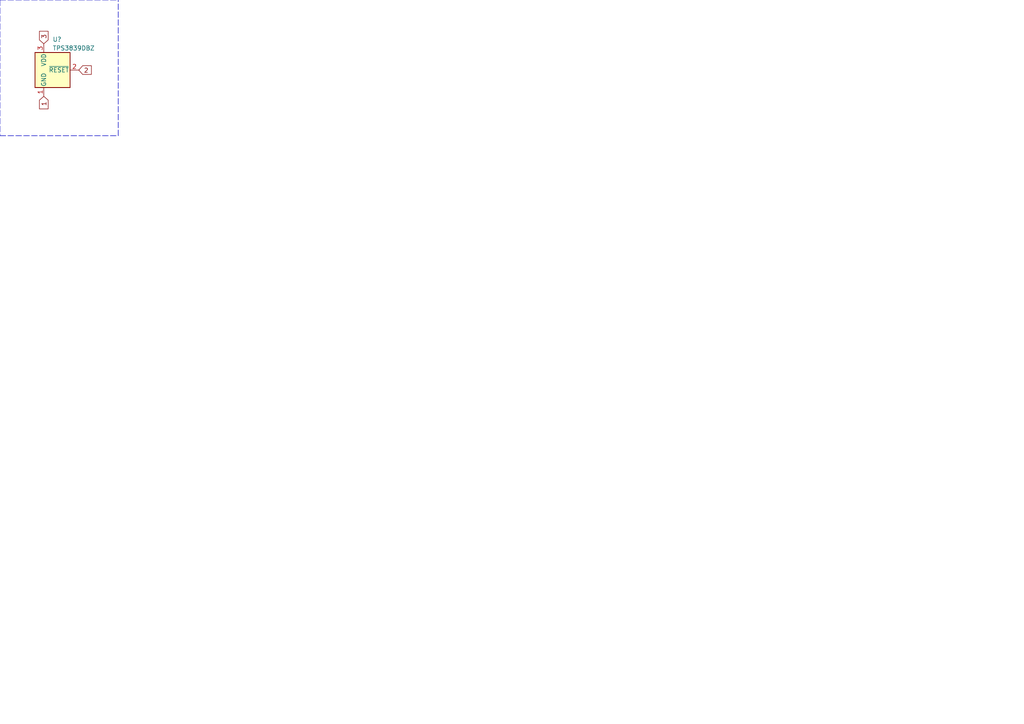
<source format=kicad_sch>
(kicad_sch (version 20201015) (generator eeschema)
  (paper "A4")
  (lib_symbols
    (symbol "ebaz4205:TPS3839DBZ" (pin_names (offset 0.254))
      (property "Reference" "U" (at 2.54 8.89 0))
      (property "Value" "TPS3839DBZ" (at 2.54 6.35 0))
      (symbol "TPS3839DBZ_0_1"
        (rectangle (start -2.54 5.08) (end 7.62 -5.08) (stroke (width 0.254)) (fill (type background)))
      )
      (symbol "TPS3839DBZ_1_1"
        (pin power_in line (at 0 -7.62 90) (length 2.54) (name "GND") (number "1"))
        (pin output line (at 10.16 0 180) (length 2.54) (name "~RESET") (number "2"))
        (pin power_in line (at 0 7.62 270) (length 2.54) (name "VDD") (number "3"))
      )
    )
  )
  (polyline (pts (xy 0 0) (xy 0 39.37)) (stroke (width 0) (type dash)))
  (polyline (pts (xy 0 0) (xy 34.29 0)) (stroke (width 0) (type dash)))
  (polyline (pts (xy 0 39.37) (xy 34.29 39.37)) (stroke (width 0) (type dash)))
  (polyline (pts (xy 34.29 39.37) (xy 34.29 0)) (stroke (width 0) (type dash)))
  (text "D .*\nF .*\nV ACOI" (at 0 0 0) (effects (font (size 1.27 1.27)) (justify left bottom)))
  (global_label "3" (shape input) (at 12.7 12.7 90) (property "Intersheet References" "${INTERSHEET_REFS}" (effects hide)))
  (global_label "1" (shape input) (at 12.7 27.94 270) (property "Intersheet References" "${INTERSHEET_REFS}" (effects hide)))
  (global_label "2" (shape input) (at 22.86 20.32 0) (property "Intersheet References" "${INTERSHEET_REFS}" (effects hide)))
  (symbol (lib_id "ebaz4205:TPS3839DBZ") (at 12.7 20.32 0) (unit 1)
    (property "Reference" "U?" (at 15.24 11.43 0) (effects (justify left)))
    (property "Value" "TPS3839DBZ" (at 15.24 13.97 0) (effects (justify left)))
    (property "Footprint" "Package_TO_SOT_SMD:SOT-23" (effects hide))
    (property "Datasheet" "http://www.ti.com/lit/ds/sbvs193d/sbvs193d.pdf" (effects hide))
  )
)
</source>
